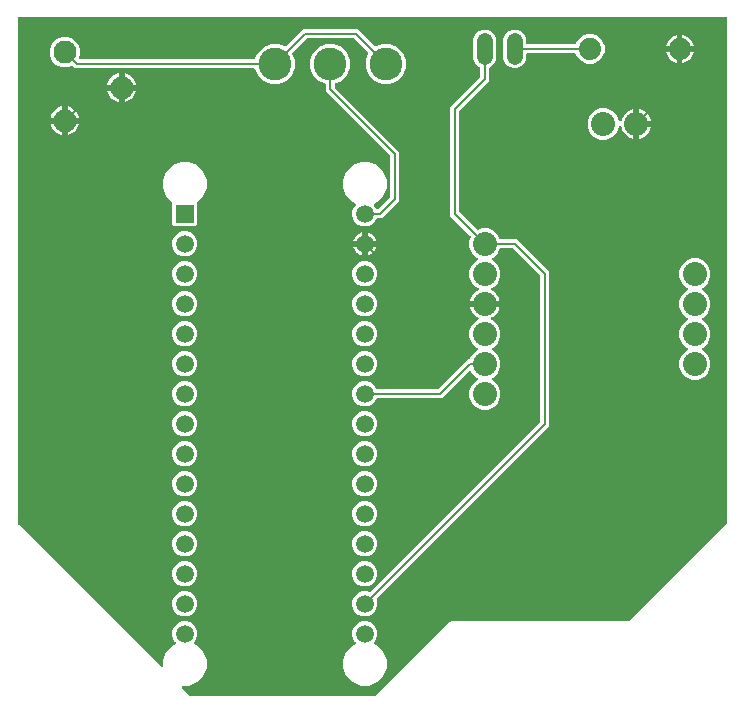
<source format=gbr>
G04 EAGLE Gerber RS-274X export*
G75*
%MOMM*%
%FSLAX34Y34*%
%LPD*%
%INTop Copper*%
%IPPOS*%
%AMOC8*
5,1,8,0,0,1.08239X$1,22.5*%
G01*
%ADD10C,2.032000*%
%ADD11C,1.320800*%
%ADD12C,1.950000*%
%ADD13R,1.508000X1.508000*%
%ADD14C,1.508000*%
%ADD15C,1.879600*%
%ADD16C,2.775000*%
%ADD17C,0.152400*%

G36*
X604648Y163335D02*
X604648Y163335D01*
X604747Y163338D01*
X604805Y163355D01*
X604865Y163363D01*
X604958Y163399D01*
X605053Y163427D01*
X605105Y163457D01*
X605161Y163480D01*
X605241Y163538D01*
X605327Y163588D01*
X605402Y163654D01*
X605418Y163666D01*
X605426Y163676D01*
X605447Y163694D01*
X663662Y221909D01*
X666913Y225160D01*
X670927Y226823D01*
X820450Y226823D01*
X820548Y226835D01*
X820647Y226838D01*
X820705Y226855D01*
X820765Y226863D01*
X820858Y226899D01*
X820953Y226927D01*
X821005Y226957D01*
X821061Y226980D01*
X821141Y227038D01*
X821227Y227088D01*
X821302Y227154D01*
X821318Y227166D01*
X821326Y227176D01*
X821347Y227194D01*
X903106Y308953D01*
X903166Y309031D01*
X903234Y309103D01*
X903263Y309156D01*
X903300Y309204D01*
X903340Y309295D01*
X903388Y309381D01*
X903403Y309440D01*
X903427Y309496D01*
X903442Y309594D01*
X903467Y309689D01*
X903473Y309789D01*
X903477Y309810D01*
X903475Y309822D01*
X903477Y309850D01*
X903477Y737108D01*
X903462Y737226D01*
X903455Y737345D01*
X903442Y737383D01*
X903437Y737424D01*
X903394Y737534D01*
X903357Y737647D01*
X903335Y737682D01*
X903320Y737719D01*
X903251Y737815D01*
X903187Y737916D01*
X903157Y737944D01*
X903134Y737977D01*
X903042Y738053D01*
X902955Y738134D01*
X902920Y738154D01*
X902889Y738179D01*
X902781Y738230D01*
X902677Y738288D01*
X902637Y738298D01*
X902601Y738315D01*
X902484Y738337D01*
X902369Y738367D01*
X902309Y738371D01*
X902289Y738375D01*
X902268Y738373D01*
X902208Y738377D01*
X304292Y738377D01*
X304174Y738362D01*
X304055Y738355D01*
X304017Y738342D01*
X303976Y738337D01*
X303866Y738294D01*
X303753Y738257D01*
X303718Y738235D01*
X303681Y738220D01*
X303585Y738151D01*
X303484Y738087D01*
X303456Y738057D01*
X303423Y738034D01*
X303347Y737942D01*
X303266Y737855D01*
X303246Y737820D01*
X303221Y737789D01*
X303170Y737681D01*
X303112Y737577D01*
X303102Y737537D01*
X303085Y737501D01*
X303063Y737384D01*
X303033Y737269D01*
X303029Y737209D01*
X303025Y737189D01*
X303027Y737168D01*
X303023Y737108D01*
X303023Y309850D01*
X303035Y309752D01*
X303038Y309653D01*
X303055Y309595D01*
X303063Y309535D01*
X303099Y309442D01*
X303127Y309347D01*
X303157Y309295D01*
X303180Y309239D01*
X303238Y309159D01*
X303288Y309073D01*
X303354Y308998D01*
X303366Y308982D01*
X303376Y308974D01*
X303394Y308953D01*
X423918Y188430D01*
X424027Y188344D01*
X424134Y188256D01*
X424153Y188247D01*
X424169Y188235D01*
X424297Y188179D01*
X424422Y188120D01*
X424442Y188116D01*
X424461Y188108D01*
X424599Y188086D01*
X424735Y188060D01*
X424755Y188062D01*
X424775Y188058D01*
X424914Y188071D01*
X425052Y188080D01*
X425071Y188086D01*
X425091Y188088D01*
X425223Y188135D01*
X425354Y188178D01*
X425372Y188189D01*
X425391Y188196D01*
X425506Y188274D01*
X425623Y188348D01*
X425637Y188363D01*
X425654Y188374D01*
X425746Y188478D01*
X425841Y188580D01*
X425851Y188598D01*
X425864Y188613D01*
X425928Y188737D01*
X425995Y188858D01*
X426000Y188878D01*
X426009Y188896D01*
X426039Y189032D01*
X426074Y189166D01*
X426076Y189194D01*
X426079Y189206D01*
X426078Y189227D01*
X426084Y189327D01*
X426084Y194163D01*
X428888Y200932D01*
X434068Y206112D01*
X436022Y206921D01*
X436065Y206946D01*
X436112Y206963D01*
X436203Y207024D01*
X436298Y207079D01*
X436334Y207113D01*
X436375Y207141D01*
X436448Y207224D01*
X436527Y207300D01*
X436553Y207343D01*
X436586Y207380D01*
X436636Y207478D01*
X436693Y207571D01*
X436708Y207619D01*
X436730Y207663D01*
X436754Y207770D01*
X436787Y207875D01*
X436789Y207925D01*
X436800Y207973D01*
X436796Y208083D01*
X436802Y208193D01*
X436792Y208241D01*
X436790Y208291D01*
X436760Y208397D01*
X436737Y208504D01*
X436716Y208549D01*
X436702Y208597D01*
X436646Y208691D01*
X436598Y208790D01*
X436565Y208828D01*
X436540Y208871D01*
X436434Y208991D01*
X435523Y209902D01*
X433911Y213794D01*
X433911Y218006D01*
X435523Y221898D01*
X438502Y224877D01*
X442394Y226489D01*
X446606Y226489D01*
X450498Y224877D01*
X453477Y221898D01*
X455089Y218006D01*
X455089Y213794D01*
X453477Y209902D01*
X452566Y208991D01*
X452536Y208952D01*
X452499Y208919D01*
X452439Y208827D01*
X452371Y208740D01*
X452352Y208695D01*
X452324Y208653D01*
X452289Y208549D01*
X452245Y208448D01*
X452237Y208399D01*
X452221Y208352D01*
X452212Y208243D01*
X452195Y208134D01*
X452200Y208085D01*
X452196Y208035D01*
X452215Y207927D01*
X452225Y207818D01*
X452242Y207771D01*
X452250Y207722D01*
X452295Y207622D01*
X452332Y207518D01*
X452360Y207477D01*
X452381Y207432D01*
X452449Y207346D01*
X452511Y207255D01*
X452548Y207222D01*
X452579Y207184D01*
X452667Y207117D01*
X452750Y207045D01*
X452794Y207022D01*
X452833Y206992D01*
X452978Y206921D01*
X454932Y206112D01*
X460112Y200932D01*
X462916Y194163D01*
X462916Y186837D01*
X460112Y180068D01*
X454932Y174888D01*
X448163Y172084D01*
X443327Y172084D01*
X443189Y172067D01*
X443051Y172054D01*
X443032Y172047D01*
X443011Y172044D01*
X442882Y171993D01*
X442751Y171946D01*
X442735Y171935D01*
X442716Y171927D01*
X442603Y171846D01*
X442488Y171768D01*
X442475Y171752D01*
X442458Y171741D01*
X442370Y171633D01*
X442278Y171529D01*
X442269Y171511D01*
X442256Y171496D01*
X442196Y171370D01*
X442133Y171246D01*
X442129Y171226D01*
X442120Y171208D01*
X442094Y171072D01*
X442064Y170936D01*
X442064Y170915D01*
X442060Y170896D01*
X442069Y170757D01*
X442073Y170618D01*
X442079Y170598D01*
X442080Y170578D01*
X442123Y170446D01*
X442162Y170312D01*
X442172Y170295D01*
X442178Y170276D01*
X442253Y170158D01*
X442323Y170038D01*
X442342Y170017D01*
X442348Y170007D01*
X442363Y169993D01*
X442430Y169918D01*
X448653Y163694D01*
X448731Y163634D01*
X448803Y163566D01*
X448856Y163537D01*
X448904Y163500D01*
X448995Y163460D01*
X449081Y163412D01*
X449140Y163397D01*
X449196Y163373D01*
X449294Y163358D01*
X449389Y163333D01*
X449489Y163327D01*
X449510Y163323D01*
X449522Y163325D01*
X449550Y163323D01*
X604550Y163323D01*
X604648Y163335D01*
G37*
%LPC*%
G36*
X594794Y230711D02*
X594794Y230711D01*
X590902Y232323D01*
X587923Y235302D01*
X586311Y239194D01*
X586311Y243406D01*
X587923Y247298D01*
X590902Y250277D01*
X594794Y251889D01*
X599006Y251889D01*
X600410Y251307D01*
X600438Y251299D01*
X600465Y251286D01*
X600592Y251258D01*
X600717Y251223D01*
X600746Y251223D01*
X600775Y251216D01*
X600905Y251220D01*
X601035Y251218D01*
X601063Y251225D01*
X601093Y251226D01*
X601218Y251262D01*
X601344Y251292D01*
X601370Y251306D01*
X601398Y251314D01*
X601510Y251380D01*
X601625Y251441D01*
X601647Y251461D01*
X601672Y251476D01*
X601793Y251582D01*
X745118Y394907D01*
X745178Y394985D01*
X745246Y395057D01*
X745275Y395110D01*
X745312Y395158D01*
X745352Y395249D01*
X745400Y395336D01*
X745415Y395394D01*
X745439Y395450D01*
X745454Y395548D01*
X745479Y395644D01*
X745485Y395744D01*
X745489Y395764D01*
X745487Y395776D01*
X745489Y395804D01*
X745489Y518596D01*
X745477Y518694D01*
X745474Y518793D01*
X745457Y518851D01*
X745449Y518911D01*
X745413Y519003D01*
X745385Y519099D01*
X745355Y519151D01*
X745332Y519207D01*
X745274Y519287D01*
X745224Y519372D01*
X745158Y519448D01*
X745146Y519464D01*
X745136Y519472D01*
X745118Y519493D01*
X722693Y541918D01*
X722615Y541978D01*
X722543Y542046D01*
X722490Y542075D01*
X722442Y542112D01*
X722351Y542152D01*
X722264Y542200D01*
X722206Y542215D01*
X722150Y542239D01*
X722052Y542254D01*
X721956Y542279D01*
X721856Y542285D01*
X721836Y542289D01*
X721824Y542287D01*
X721796Y542289D01*
X712067Y542289D01*
X712037Y542286D01*
X712008Y542288D01*
X711880Y542266D01*
X711751Y542249D01*
X711724Y542239D01*
X711695Y542234D01*
X711576Y542180D01*
X711455Y542132D01*
X711432Y542115D01*
X711405Y542103D01*
X711303Y542022D01*
X711198Y541946D01*
X711179Y541923D01*
X711156Y541904D01*
X711078Y541801D01*
X710995Y541701D01*
X710983Y541674D01*
X710965Y541650D01*
X710894Y541506D01*
X709698Y538618D01*
X705982Y534902D01*
X705187Y534573D01*
X705066Y534504D01*
X704943Y534439D01*
X704928Y534425D01*
X704910Y534415D01*
X704810Y534318D01*
X704708Y534225D01*
X704696Y534208D01*
X704682Y534194D01*
X704609Y534075D01*
X704533Y533959D01*
X704526Y533940D01*
X704516Y533923D01*
X704475Y533790D01*
X704430Y533658D01*
X704428Y533638D01*
X704422Y533619D01*
X704415Y533480D01*
X704404Y533341D01*
X704408Y533321D01*
X704407Y533301D01*
X704435Y533165D01*
X704459Y533028D01*
X704467Y533010D01*
X704471Y532990D01*
X704532Y532864D01*
X704589Y532738D01*
X704602Y532722D01*
X704611Y532704D01*
X704702Y532598D01*
X704788Y532490D01*
X704804Y532477D01*
X704817Y532462D01*
X704932Y532381D01*
X705042Y532298D01*
X705067Y532286D01*
X705077Y532279D01*
X705097Y532272D01*
X705187Y532227D01*
X705982Y531898D01*
X709698Y528182D01*
X711709Y523327D01*
X711709Y518073D01*
X709698Y513218D01*
X705982Y509502D01*
X704455Y508870D01*
X704377Y508825D01*
X704295Y508790D01*
X704240Y508747D01*
X704179Y508712D01*
X704115Y508650D01*
X704044Y508595D01*
X704001Y508540D01*
X703951Y508491D01*
X703904Y508414D01*
X703849Y508344D01*
X703821Y508280D01*
X703784Y508220D01*
X703758Y508134D01*
X703722Y508052D01*
X703711Y507983D01*
X703691Y507916D01*
X703686Y507826D01*
X703672Y507738D01*
X703679Y507668D01*
X703676Y507598D01*
X703694Y507511D01*
X703702Y507421D01*
X703726Y507355D01*
X703740Y507287D01*
X703779Y507206D01*
X703809Y507122D01*
X703849Y507064D01*
X703880Y507001D01*
X703938Y506933D01*
X703988Y506859D01*
X704040Y506812D01*
X704086Y506759D01*
X704159Y506707D01*
X704226Y506648D01*
X704334Y506584D01*
X704346Y506576D01*
X704352Y506573D01*
X704365Y506566D01*
X705157Y506163D01*
X706774Y504988D01*
X708188Y503574D01*
X709363Y501957D01*
X710270Y500175D01*
X710888Y498274D01*
X710957Y497839D01*
X699770Y497839D01*
X699652Y497824D01*
X699533Y497817D01*
X699495Y497804D01*
X699455Y497799D01*
X699344Y497756D01*
X699231Y497719D01*
X699197Y497697D01*
X699159Y497682D01*
X699063Y497612D01*
X698962Y497549D01*
X698934Y497519D01*
X698902Y497495D01*
X698826Y497404D01*
X698744Y497317D01*
X698725Y497282D01*
X698699Y497251D01*
X698648Y497143D01*
X698591Y497039D01*
X698580Y496999D01*
X698563Y496963D01*
X698541Y496846D01*
X698511Y496731D01*
X698507Y496670D01*
X698503Y496650D01*
X698505Y496630D01*
X698501Y496570D01*
X698501Y494030D01*
X698516Y493912D01*
X698523Y493793D01*
X698536Y493755D01*
X698541Y493714D01*
X698585Y493604D01*
X698621Y493491D01*
X698643Y493456D01*
X698658Y493419D01*
X698728Y493323D01*
X698791Y493222D01*
X698821Y493194D01*
X698845Y493161D01*
X698936Y493086D01*
X699023Y493004D01*
X699058Y492984D01*
X699090Y492959D01*
X699197Y492908D01*
X699302Y492850D01*
X699341Y492840D01*
X699377Y492823D01*
X699494Y492801D01*
X699609Y492771D01*
X699670Y492767D01*
X699690Y492763D01*
X699710Y492765D01*
X699770Y492761D01*
X710957Y492761D01*
X710888Y492326D01*
X710270Y490425D01*
X709363Y488643D01*
X708188Y487026D01*
X706774Y485612D01*
X705157Y484437D01*
X704365Y484034D01*
X704291Y483984D01*
X704212Y483942D01*
X704160Y483895D01*
X704102Y483855D01*
X704042Y483788D01*
X703976Y483728D01*
X703938Y483669D01*
X703891Y483617D01*
X703851Y483537D01*
X703801Y483462D01*
X703779Y483396D01*
X703747Y483333D01*
X703727Y483246D01*
X703698Y483161D01*
X703693Y483091D01*
X703677Y483023D01*
X703680Y482934D01*
X703673Y482844D01*
X703685Y482775D01*
X703687Y482705D01*
X703712Y482619D01*
X703727Y482531D01*
X703756Y482467D01*
X703776Y482400D01*
X703821Y482323D01*
X703858Y482241D01*
X703902Y482186D01*
X703937Y482126D01*
X704001Y482062D01*
X704057Y481992D01*
X704113Y481950D01*
X704162Y481901D01*
X704239Y481855D01*
X704311Y481801D01*
X704423Y481746D01*
X704436Y481739D01*
X704442Y481737D01*
X704455Y481730D01*
X705982Y481098D01*
X709698Y477382D01*
X711709Y472527D01*
X711709Y467273D01*
X709698Y462418D01*
X705982Y458702D01*
X705187Y458373D01*
X705066Y458304D01*
X704943Y458239D01*
X704928Y458225D01*
X704910Y458215D01*
X704810Y458118D01*
X704708Y458025D01*
X704696Y458008D01*
X704682Y457994D01*
X704609Y457875D01*
X704533Y457759D01*
X704526Y457740D01*
X704516Y457723D01*
X704475Y457590D01*
X704430Y457458D01*
X704428Y457438D01*
X704422Y457419D01*
X704415Y457280D01*
X704404Y457141D01*
X704408Y457121D01*
X704407Y457101D01*
X704435Y456965D01*
X704459Y456828D01*
X704467Y456810D01*
X704471Y456790D01*
X704532Y456664D01*
X704589Y456538D01*
X704602Y456522D01*
X704611Y456504D01*
X704702Y456398D01*
X704788Y456290D01*
X704804Y456277D01*
X704817Y456262D01*
X704932Y456181D01*
X705042Y456098D01*
X705067Y456086D01*
X705077Y456079D01*
X705097Y456072D01*
X705187Y456027D01*
X705982Y455698D01*
X709698Y451982D01*
X711709Y447127D01*
X711709Y441873D01*
X709698Y437018D01*
X705982Y433302D01*
X705187Y432973D01*
X705066Y432904D01*
X704943Y432839D01*
X704928Y432825D01*
X704910Y432815D01*
X704810Y432718D01*
X704708Y432625D01*
X704696Y432608D01*
X704682Y432594D01*
X704609Y432475D01*
X704533Y432359D01*
X704526Y432340D01*
X704516Y432323D01*
X704475Y432190D01*
X704430Y432058D01*
X704428Y432038D01*
X704422Y432019D01*
X704415Y431880D01*
X704404Y431741D01*
X704408Y431721D01*
X704407Y431701D01*
X704435Y431565D01*
X704459Y431428D01*
X704467Y431409D01*
X704471Y431390D01*
X704532Y431265D01*
X704589Y431138D01*
X704602Y431122D01*
X704611Y431104D01*
X704701Y430998D01*
X704788Y430890D01*
X704804Y430877D01*
X704817Y430862D01*
X704931Y430782D01*
X705042Y430698D01*
X705067Y430686D01*
X705077Y430679D01*
X705096Y430672D01*
X705187Y430627D01*
X705982Y430298D01*
X709698Y426582D01*
X711709Y421727D01*
X711709Y416473D01*
X709698Y411618D01*
X705982Y407902D01*
X701127Y405891D01*
X695873Y405891D01*
X691018Y407902D01*
X687302Y411618D01*
X685291Y416473D01*
X685291Y421727D01*
X687302Y426582D01*
X691018Y430298D01*
X691813Y430627D01*
X691934Y430696D01*
X692057Y430761D01*
X692072Y430775D01*
X692090Y430785D01*
X692190Y430882D01*
X692292Y430975D01*
X692304Y430992D01*
X692318Y431006D01*
X692391Y431125D01*
X692467Y431241D01*
X692474Y431260D01*
X692484Y431277D01*
X692525Y431410D01*
X692570Y431542D01*
X692572Y431562D01*
X692578Y431581D01*
X692585Y431720D01*
X692596Y431859D01*
X692592Y431879D01*
X692593Y431899D01*
X692565Y432035D01*
X692541Y432172D01*
X692533Y432190D01*
X692529Y432210D01*
X692468Y432336D01*
X692411Y432462D01*
X692398Y432478D01*
X692389Y432496D01*
X692298Y432602D01*
X692212Y432710D01*
X692196Y432723D01*
X692183Y432738D01*
X692068Y432819D01*
X691958Y432902D01*
X691933Y432914D01*
X691923Y432921D01*
X691903Y432928D01*
X691813Y432973D01*
X691018Y433302D01*
X687302Y437018D01*
X686976Y437805D01*
X686952Y437848D01*
X686935Y437895D01*
X686873Y437986D01*
X686819Y438081D01*
X686784Y438117D01*
X686756Y438158D01*
X686674Y438231D01*
X686597Y438310D01*
X686555Y438336D01*
X686518Y438369D01*
X686420Y438418D01*
X686326Y438476D01*
X686279Y438491D01*
X686234Y438513D01*
X686127Y438537D01*
X686022Y438570D01*
X685973Y438572D01*
X685924Y438583D01*
X685814Y438579D01*
X685705Y438585D01*
X685656Y438575D01*
X685606Y438573D01*
X685501Y438543D01*
X685393Y438520D01*
X685348Y438499D01*
X685301Y438485D01*
X685206Y438429D01*
X685107Y438381D01*
X685070Y438349D01*
X685027Y438323D01*
X684906Y438217D01*
X664582Y417893D01*
X661978Y415289D01*
X607631Y415289D01*
X607601Y415286D01*
X607572Y415288D01*
X607444Y415266D01*
X607315Y415249D01*
X607288Y415239D01*
X607259Y415234D01*
X607140Y415180D01*
X607020Y415132D01*
X606996Y415115D01*
X606969Y415103D01*
X606867Y415022D01*
X606762Y414946D01*
X606743Y414923D01*
X606720Y414904D01*
X606642Y414801D01*
X606559Y414701D01*
X606547Y414674D01*
X606529Y414650D01*
X606458Y414506D01*
X605877Y413102D01*
X602898Y410123D01*
X599006Y408511D01*
X594794Y408511D01*
X590902Y410123D01*
X587923Y413102D01*
X586311Y416994D01*
X586311Y421206D01*
X587923Y425098D01*
X590902Y428077D01*
X594794Y429689D01*
X599006Y429689D01*
X602898Y428077D01*
X605877Y425098D01*
X606458Y423694D01*
X606473Y423669D01*
X606482Y423641D01*
X606551Y423531D01*
X606616Y423418D01*
X606636Y423397D01*
X606652Y423372D01*
X606747Y423283D01*
X606837Y423190D01*
X606862Y423174D01*
X606884Y423154D01*
X606997Y423091D01*
X607108Y423023D01*
X607136Y423015D01*
X607162Y423000D01*
X607288Y422968D01*
X607412Y422930D01*
X607442Y422928D01*
X607470Y422921D01*
X607631Y422911D01*
X658296Y422911D01*
X658394Y422923D01*
X658493Y422926D01*
X658551Y422943D01*
X658611Y422951D01*
X658703Y422987D01*
X658799Y423015D01*
X658851Y423045D01*
X658907Y423068D01*
X658987Y423126D01*
X659072Y423176D01*
X659148Y423242D01*
X659164Y423254D01*
X659172Y423264D01*
X659193Y423282D01*
X684222Y448311D01*
X684933Y448311D01*
X684963Y448314D01*
X684992Y448312D01*
X685120Y448334D01*
X685249Y448351D01*
X685276Y448361D01*
X685305Y448366D01*
X685424Y448420D01*
X685545Y448468D01*
X685568Y448485D01*
X685595Y448497D01*
X685697Y448578D01*
X685802Y448654D01*
X685821Y448677D01*
X685844Y448696D01*
X685922Y448799D01*
X686005Y448899D01*
X686017Y448926D01*
X686035Y448950D01*
X686106Y449094D01*
X687302Y451982D01*
X691018Y455698D01*
X691813Y456027D01*
X691934Y456096D01*
X692057Y456161D01*
X692072Y456175D01*
X692090Y456185D01*
X692190Y456282D01*
X692292Y456375D01*
X692304Y456392D01*
X692318Y456406D01*
X692391Y456525D01*
X692467Y456641D01*
X692474Y456660D01*
X692484Y456677D01*
X692525Y456810D01*
X692570Y456942D01*
X692572Y456962D01*
X692578Y456981D01*
X692585Y457120D01*
X692596Y457259D01*
X692592Y457279D01*
X692593Y457299D01*
X692565Y457435D01*
X692541Y457572D01*
X692533Y457591D01*
X692529Y457610D01*
X692468Y457735D01*
X692411Y457862D01*
X692398Y457878D01*
X692389Y457896D01*
X692299Y458002D01*
X692212Y458110D01*
X692196Y458123D01*
X692183Y458138D01*
X692069Y458218D01*
X691958Y458302D01*
X691933Y458314D01*
X691923Y458321D01*
X691904Y458328D01*
X691813Y458373D01*
X691018Y458702D01*
X687302Y462418D01*
X685291Y467273D01*
X685291Y472527D01*
X687302Y477382D01*
X691018Y481098D01*
X692545Y481730D01*
X692623Y481775D01*
X692705Y481810D01*
X692760Y481853D01*
X692821Y481888D01*
X692885Y481950D01*
X692956Y482005D01*
X692999Y482060D01*
X693049Y482109D01*
X693096Y482185D01*
X693151Y482256D01*
X693179Y482320D01*
X693216Y482380D01*
X693242Y482466D01*
X693278Y482548D01*
X693289Y482617D01*
X693309Y482684D01*
X693314Y482774D01*
X693328Y482862D01*
X693321Y482932D01*
X693324Y483002D01*
X693306Y483089D01*
X693298Y483179D01*
X693274Y483245D01*
X693260Y483313D01*
X693221Y483394D01*
X693191Y483478D01*
X693151Y483536D01*
X693120Y483599D01*
X693062Y483667D01*
X693012Y483741D01*
X692960Y483788D01*
X692914Y483841D01*
X692841Y483893D01*
X692774Y483952D01*
X692666Y484016D01*
X692654Y484024D01*
X692648Y484027D01*
X692635Y484034D01*
X691843Y484437D01*
X690226Y485612D01*
X688812Y487026D01*
X687637Y488643D01*
X686730Y490425D01*
X686112Y492326D01*
X686043Y492761D01*
X697230Y492761D01*
X697348Y492776D01*
X697467Y492783D01*
X697505Y492796D01*
X697545Y492801D01*
X697656Y492844D01*
X697769Y492881D01*
X697803Y492903D01*
X697841Y492918D01*
X697937Y492988D01*
X698038Y493051D01*
X698066Y493081D01*
X698098Y493104D01*
X698174Y493196D01*
X698256Y493283D01*
X698275Y493318D01*
X698301Y493349D01*
X698352Y493457D01*
X698409Y493561D01*
X698420Y493601D01*
X698437Y493637D01*
X698459Y493754D01*
X698489Y493869D01*
X698493Y493930D01*
X698497Y493950D01*
X698495Y493970D01*
X698499Y494030D01*
X698499Y496570D01*
X698484Y496688D01*
X698477Y496807D01*
X698464Y496845D01*
X698459Y496885D01*
X698415Y496996D01*
X698379Y497109D01*
X698357Y497144D01*
X698342Y497181D01*
X698272Y497277D01*
X698209Y497378D01*
X698179Y497406D01*
X698155Y497439D01*
X698064Y497514D01*
X697977Y497596D01*
X697942Y497616D01*
X697910Y497641D01*
X697803Y497692D01*
X697698Y497750D01*
X697659Y497760D01*
X697623Y497777D01*
X697506Y497799D01*
X697391Y497829D01*
X697330Y497833D01*
X697310Y497837D01*
X697290Y497835D01*
X697230Y497839D01*
X686043Y497839D01*
X686112Y498274D01*
X686730Y500175D01*
X687637Y501957D01*
X688812Y503574D01*
X690226Y504988D01*
X691843Y506163D01*
X692635Y506566D01*
X692709Y506616D01*
X692788Y506658D01*
X692840Y506705D01*
X692898Y506745D01*
X692958Y506812D01*
X693024Y506872D01*
X693062Y506931D01*
X693109Y506983D01*
X693149Y507063D01*
X693199Y507138D01*
X693221Y507204D01*
X693253Y507267D01*
X693273Y507354D01*
X693302Y507439D01*
X693307Y507509D01*
X693323Y507577D01*
X693320Y507666D01*
X693327Y507756D01*
X693315Y507825D01*
X693313Y507895D01*
X693288Y507981D01*
X693273Y508069D01*
X693244Y508133D01*
X693224Y508200D01*
X693179Y508277D01*
X693142Y508359D01*
X693098Y508414D01*
X693063Y508474D01*
X692999Y508538D01*
X692943Y508608D01*
X692887Y508650D01*
X692838Y508699D01*
X692761Y508745D01*
X692689Y508799D01*
X692577Y508854D01*
X692564Y508861D01*
X692558Y508863D01*
X692545Y508870D01*
X691018Y509502D01*
X687302Y513218D01*
X685291Y518073D01*
X685291Y523327D01*
X687302Y528182D01*
X691018Y531898D01*
X691813Y532227D01*
X691934Y532296D01*
X692057Y532361D01*
X692072Y532375D01*
X692090Y532385D01*
X692190Y532482D01*
X692292Y532575D01*
X692304Y532592D01*
X692318Y532606D01*
X692391Y532725D01*
X692467Y532841D01*
X692474Y532860D01*
X692484Y532877D01*
X692525Y533010D01*
X692570Y533142D01*
X692572Y533162D01*
X692578Y533181D01*
X692585Y533320D01*
X692596Y533459D01*
X692592Y533479D01*
X692593Y533499D01*
X692565Y533635D01*
X692541Y533772D01*
X692533Y533791D01*
X692529Y533810D01*
X692468Y533935D01*
X692411Y534062D01*
X692398Y534078D01*
X692389Y534096D01*
X692299Y534202D01*
X692212Y534310D01*
X692196Y534323D01*
X692183Y534338D01*
X692069Y534418D01*
X691958Y534502D01*
X691933Y534514D01*
X691923Y534521D01*
X691904Y534528D01*
X691813Y534573D01*
X691018Y534902D01*
X687302Y538618D01*
X685291Y543473D01*
X685291Y548727D01*
X686487Y551615D01*
X686495Y551644D01*
X686509Y551670D01*
X686537Y551797D01*
X686571Y551922D01*
X686572Y551952D01*
X686578Y551980D01*
X686574Y552110D01*
X686576Y552240D01*
X686570Y552269D01*
X686569Y552298D01*
X686533Y552423D01*
X686502Y552549D01*
X686488Y552575D01*
X686480Y552604D01*
X686414Y552715D01*
X686354Y552830D01*
X686334Y552852D01*
X686319Y552878D01*
X686212Y552998D01*
X669289Y569922D01*
X669289Y661978D01*
X694318Y687007D01*
X694378Y687085D01*
X694446Y687157D01*
X694475Y687210D01*
X694512Y687258D01*
X694552Y687349D01*
X694600Y687436D01*
X694615Y687494D01*
X694639Y687550D01*
X694654Y687648D01*
X694679Y687744D01*
X694685Y687844D01*
X694689Y687864D01*
X694687Y687876D01*
X694689Y687904D01*
X694689Y694878D01*
X694686Y694908D01*
X694688Y694937D01*
X694666Y695065D01*
X694649Y695194D01*
X694639Y695221D01*
X694634Y695250D01*
X694580Y695369D01*
X694532Y695490D01*
X694515Y695513D01*
X694503Y695540D01*
X694422Y695642D01*
X694346Y695747D01*
X694323Y695766D01*
X694304Y695789D01*
X694201Y695867D01*
X694101Y695950D01*
X694074Y695962D01*
X694050Y695980D01*
X693906Y696051D01*
X693032Y696413D01*
X690317Y699128D01*
X688847Y702676D01*
X688847Y719724D01*
X690317Y723272D01*
X693032Y725987D01*
X696580Y727457D01*
X700420Y727457D01*
X703968Y725987D01*
X706683Y723272D01*
X708153Y719724D01*
X708153Y702676D01*
X706683Y699128D01*
X703968Y696413D01*
X703094Y696051D01*
X703069Y696036D01*
X703041Y696027D01*
X702931Y695958D01*
X702818Y695893D01*
X702797Y695873D01*
X702772Y695857D01*
X702683Y695763D01*
X702590Y695672D01*
X702574Y695647D01*
X702554Y695625D01*
X702491Y695512D01*
X702423Y695401D01*
X702415Y695373D01*
X702400Y695347D01*
X702368Y695221D01*
X702330Y695097D01*
X702328Y695068D01*
X702321Y695039D01*
X702311Y694878D01*
X702311Y684222D01*
X677282Y659193D01*
X677222Y659115D01*
X677154Y659043D01*
X677125Y658990D01*
X677088Y658942D01*
X677048Y658851D01*
X677000Y658764D01*
X676985Y658706D01*
X676961Y658650D01*
X676946Y658552D01*
X676921Y658456D01*
X676915Y658356D01*
X676911Y658336D01*
X676913Y658324D01*
X676911Y658296D01*
X676911Y573604D01*
X676923Y573506D01*
X676926Y573407D01*
X676943Y573349D01*
X676951Y573289D01*
X676987Y573197D01*
X677015Y573101D01*
X677045Y573049D01*
X677068Y572993D01*
X677126Y572913D01*
X677176Y572828D01*
X677242Y572752D01*
X677254Y572736D01*
X677264Y572728D01*
X677282Y572707D01*
X691602Y558388D01*
X691625Y558370D01*
X691644Y558347D01*
X691750Y558272D01*
X691853Y558193D01*
X691880Y558181D01*
X691904Y558164D01*
X692025Y558118D01*
X692145Y558066D01*
X692174Y558062D01*
X692201Y558051D01*
X692330Y558037D01*
X692459Y558017D01*
X692488Y558019D01*
X692517Y558016D01*
X692646Y558034D01*
X692775Y558046D01*
X692803Y558056D01*
X692832Y558060D01*
X692985Y558113D01*
X695873Y559309D01*
X701127Y559309D01*
X705982Y557298D01*
X709698Y553582D01*
X710894Y550694D01*
X710909Y550669D01*
X710918Y550641D01*
X710987Y550531D01*
X711052Y550418D01*
X711072Y550397D01*
X711088Y550372D01*
X711183Y550283D01*
X711273Y550190D01*
X711298Y550174D01*
X711320Y550154D01*
X711433Y550091D01*
X711544Y550023D01*
X711572Y550015D01*
X711598Y550000D01*
X711724Y549968D01*
X711848Y549930D01*
X711877Y549928D01*
X711906Y549921D01*
X712067Y549911D01*
X725478Y549911D01*
X753111Y522278D01*
X753111Y392122D01*
X750507Y389518D01*
X607182Y246193D01*
X607164Y246170D01*
X607142Y246151D01*
X607067Y246045D01*
X606987Y245942D01*
X606976Y245915D01*
X606959Y245891D01*
X606913Y245769D01*
X606861Y245650D01*
X606856Y245621D01*
X606846Y245593D01*
X606832Y245464D01*
X606811Y245336D01*
X606814Y245307D01*
X606811Y245277D01*
X606829Y245149D01*
X606841Y245019D01*
X606851Y244992D01*
X606855Y244962D01*
X606907Y244810D01*
X607489Y243406D01*
X607489Y239194D01*
X605877Y235302D01*
X602898Y232323D01*
X599006Y230711D01*
X594794Y230711D01*
G37*
%LPD*%
%LPC*%
G36*
X517334Y681576D02*
X517334Y681576D01*
X511113Y684153D01*
X506353Y688913D01*
X504285Y693906D01*
X504270Y693931D01*
X504261Y693959D01*
X504192Y694069D01*
X504127Y694182D01*
X504107Y694203D01*
X504091Y694228D01*
X503997Y694317D01*
X503906Y694410D01*
X503881Y694426D01*
X503859Y694446D01*
X503746Y694509D01*
X503635Y694577D01*
X503607Y694585D01*
X503581Y694600D01*
X503455Y694632D01*
X503331Y694670D01*
X503302Y694672D01*
X503273Y694679D01*
X503112Y694689D01*
X351322Y694689D01*
X349485Y696526D01*
X349461Y696544D01*
X349442Y696567D01*
X349336Y696641D01*
X349233Y696721D01*
X349206Y696733D01*
X349182Y696750D01*
X349061Y696796D01*
X348942Y696847D01*
X348912Y696852D01*
X348885Y696863D01*
X348756Y696877D01*
X348627Y696897D01*
X348598Y696894D01*
X348569Y696898D01*
X348440Y696880D01*
X348311Y696867D01*
X348283Y696857D01*
X348254Y696853D01*
X348101Y696801D01*
X345446Y695701D01*
X340354Y695701D01*
X335650Y697650D01*
X332050Y701250D01*
X330101Y705954D01*
X330101Y711046D01*
X332050Y715750D01*
X335650Y719350D01*
X340354Y721299D01*
X345446Y721299D01*
X350150Y719350D01*
X353750Y715750D01*
X355699Y711046D01*
X355699Y705954D01*
X354916Y704066D01*
X354903Y704018D01*
X354882Y703973D01*
X354862Y703865D01*
X354833Y703759D01*
X354832Y703709D01*
X354822Y703660D01*
X354829Y703551D01*
X354827Y703441D01*
X354839Y703393D01*
X354842Y703343D01*
X354876Y703239D01*
X354902Y703132D01*
X354925Y703088D01*
X354940Y703041D01*
X354999Y702948D01*
X355050Y702851D01*
X355084Y702814D01*
X355110Y702772D01*
X355190Y702697D01*
X355264Y702615D01*
X355306Y702588D01*
X355342Y702554D01*
X355438Y702501D01*
X355530Y702441D01*
X355577Y702424D01*
X355620Y702400D01*
X355727Y702373D01*
X355831Y702337D01*
X355880Y702333D01*
X355928Y702321D01*
X356089Y702311D01*
X503112Y702311D01*
X503141Y702314D01*
X503171Y702312D01*
X503299Y702334D01*
X503428Y702351D01*
X503455Y702361D01*
X503484Y702366D01*
X503603Y702420D01*
X503723Y702468D01*
X503747Y702485D01*
X503774Y702497D01*
X503876Y702578D01*
X503981Y702654D01*
X504000Y702677D01*
X504023Y702696D01*
X504101Y702799D01*
X504184Y702899D01*
X504196Y702926D01*
X504214Y702950D01*
X504285Y703094D01*
X506353Y708087D01*
X511113Y712847D01*
X517334Y715424D01*
X524066Y715424D01*
X529059Y713356D01*
X529087Y713348D01*
X529113Y713335D01*
X529240Y713306D01*
X529365Y713272D01*
X529395Y713271D01*
X529424Y713265D01*
X529553Y713269D01*
X529683Y713267D01*
X529712Y713274D01*
X529742Y713275D01*
X529866Y713311D01*
X529993Y713341D01*
X530019Y713355D01*
X530047Y713363D01*
X530159Y713429D01*
X530274Y713490D01*
X530296Y713510D01*
X530321Y713525D01*
X530442Y713631D01*
X544522Y727711D01*
X590878Y727711D01*
X593482Y725107D01*
X604958Y713631D01*
X604982Y713613D01*
X605001Y713590D01*
X605107Y713516D01*
X605209Y713436D01*
X605237Y713424D01*
X605261Y713407D01*
X605382Y713361D01*
X605501Y713310D01*
X605530Y713305D01*
X605558Y713295D01*
X605687Y713280D01*
X605815Y713260D01*
X605845Y713263D01*
X605874Y713259D01*
X606003Y713277D01*
X606132Y713290D01*
X606160Y713300D01*
X606189Y713304D01*
X606341Y713356D01*
X611334Y715424D01*
X618066Y715424D01*
X624287Y712847D01*
X629047Y708087D01*
X631624Y701866D01*
X631624Y695134D01*
X629047Y688913D01*
X624287Y684153D01*
X618066Y681576D01*
X611334Y681576D01*
X605113Y684153D01*
X600353Y688913D01*
X597776Y695134D01*
X597776Y701866D01*
X599844Y706859D01*
X599852Y706887D01*
X599865Y706913D01*
X599894Y707040D01*
X599928Y707165D01*
X599929Y707195D01*
X599935Y707224D01*
X599931Y707353D01*
X599933Y707483D01*
X599926Y707512D01*
X599925Y707542D01*
X599889Y707666D01*
X599859Y707793D01*
X599845Y707819D01*
X599837Y707847D01*
X599771Y707959D01*
X599710Y708074D01*
X599690Y708096D01*
X599675Y708121D01*
X599569Y708242D01*
X588093Y719718D01*
X588015Y719778D01*
X587943Y719846D01*
X587890Y719875D01*
X587842Y719912D01*
X587751Y719952D01*
X587664Y720000D01*
X587606Y720015D01*
X587550Y720039D01*
X587452Y720054D01*
X587356Y720079D01*
X587256Y720085D01*
X587236Y720089D01*
X587224Y720087D01*
X587196Y720089D01*
X548204Y720089D01*
X548106Y720077D01*
X548007Y720074D01*
X547949Y720057D01*
X547889Y720049D01*
X547797Y720013D01*
X547701Y719985D01*
X547649Y719955D01*
X547593Y719932D01*
X547513Y719874D01*
X547428Y719824D01*
X547352Y719758D01*
X547336Y719746D01*
X547328Y719736D01*
X547307Y719718D01*
X535831Y708242D01*
X535813Y708218D01*
X535790Y708199D01*
X535716Y708093D01*
X535636Y707991D01*
X535624Y707963D01*
X535607Y707939D01*
X535561Y707818D01*
X535510Y707699D01*
X535505Y707670D01*
X535495Y707642D01*
X535480Y707513D01*
X535460Y707385D01*
X535463Y707355D01*
X535459Y707326D01*
X535477Y707197D01*
X535490Y707068D01*
X535500Y707040D01*
X535504Y707011D01*
X535556Y706859D01*
X537624Y701866D01*
X537624Y695134D01*
X535047Y688913D01*
X530287Y684153D01*
X524066Y681576D01*
X517334Y681576D01*
G37*
%LPD*%
%LPC*%
G36*
X594794Y560911D02*
X594794Y560911D01*
X590902Y562523D01*
X587923Y565502D01*
X586311Y569394D01*
X586311Y573606D01*
X587923Y577498D01*
X588834Y578409D01*
X588864Y578448D01*
X588901Y578481D01*
X588962Y578573D01*
X589029Y578660D01*
X589048Y578705D01*
X589076Y578747D01*
X589111Y578851D01*
X589155Y578952D01*
X589163Y579001D01*
X589179Y579048D01*
X589188Y579157D01*
X589205Y579266D01*
X589200Y579315D01*
X589204Y579365D01*
X589185Y579473D01*
X589175Y579582D01*
X589158Y579629D01*
X589150Y579678D01*
X589105Y579778D01*
X589068Y579882D01*
X589040Y579923D01*
X589019Y579968D01*
X588951Y580054D01*
X588889Y580145D01*
X588852Y580178D01*
X588821Y580216D01*
X588733Y580283D01*
X588651Y580355D01*
X588606Y580378D01*
X588567Y580408D01*
X588422Y580479D01*
X586468Y581288D01*
X581288Y586468D01*
X578484Y593237D01*
X578484Y600563D01*
X581288Y607332D01*
X586468Y612512D01*
X593237Y615316D01*
X600563Y615316D01*
X607332Y612512D01*
X612512Y607332D01*
X615316Y600563D01*
X615316Y593237D01*
X612512Y586468D01*
X607332Y581288D01*
X605378Y580479D01*
X605335Y580454D01*
X605288Y580437D01*
X605197Y580375D01*
X605102Y580321D01*
X605066Y580287D01*
X605025Y580259D01*
X604952Y580176D01*
X604873Y580100D01*
X604847Y580057D01*
X604814Y580020D01*
X604764Y579922D01*
X604707Y579829D01*
X604692Y579781D01*
X604670Y579737D01*
X604646Y579630D01*
X604613Y579525D01*
X604611Y579475D01*
X604600Y579427D01*
X604604Y579317D01*
X604598Y579207D01*
X604608Y579158D01*
X604610Y579109D01*
X604640Y579003D01*
X604663Y578896D01*
X604684Y578851D01*
X604698Y578803D01*
X604754Y578709D01*
X604802Y578610D01*
X604835Y578572D01*
X604860Y578529D01*
X604966Y578409D01*
X605877Y577498D01*
X606419Y576190D01*
X606443Y576147D01*
X606460Y576100D01*
X606522Y576009D01*
X606576Y575913D01*
X606611Y575878D01*
X606639Y575837D01*
X606721Y575764D01*
X606797Y575685D01*
X606840Y575659D01*
X606877Y575626D01*
X606975Y575576D01*
X607069Y575519D01*
X607116Y575504D01*
X607160Y575482D01*
X607268Y575457D01*
X607372Y575425D01*
X607422Y575423D01*
X607471Y575412D01*
X607580Y575415D01*
X607690Y575410D01*
X607739Y575420D01*
X607788Y575422D01*
X607894Y575452D01*
X608002Y575474D01*
X608046Y575496D01*
X608094Y575510D01*
X608188Y575566D01*
X608287Y575614D01*
X608325Y575646D01*
X608368Y575672D01*
X608489Y575778D01*
X618118Y585407D01*
X618178Y585485D01*
X618246Y585557D01*
X618275Y585610D01*
X618312Y585658D01*
X618352Y585749D01*
X618400Y585836D01*
X618415Y585894D01*
X618439Y585950D01*
X618454Y586048D01*
X618479Y586144D01*
X618485Y586244D01*
X618489Y586264D01*
X618487Y586276D01*
X618489Y586304D01*
X618489Y620196D01*
X618477Y620294D01*
X618474Y620393D01*
X618457Y620451D01*
X618449Y620511D01*
X618413Y620603D01*
X618385Y620699D01*
X618355Y620751D01*
X618332Y620807D01*
X618274Y620887D01*
X618224Y620972D01*
X618158Y621048D01*
X618146Y621064D01*
X618136Y621072D01*
X618118Y621093D01*
X563889Y675322D01*
X563889Y680912D01*
X563886Y680941D01*
X563888Y680971D01*
X563866Y681099D01*
X563849Y681228D01*
X563839Y681255D01*
X563834Y681284D01*
X563780Y681403D01*
X563732Y681523D01*
X563715Y681547D01*
X563703Y681574D01*
X563622Y681676D01*
X563546Y681781D01*
X563523Y681800D01*
X563504Y681823D01*
X563401Y681901D01*
X563301Y681984D01*
X563274Y681996D01*
X563250Y682014D01*
X563106Y682085D01*
X558113Y684153D01*
X553353Y688913D01*
X550776Y695134D01*
X550776Y701866D01*
X553353Y708087D01*
X558113Y712847D01*
X564334Y715424D01*
X571066Y715424D01*
X577287Y712847D01*
X582047Y708087D01*
X584624Y701866D01*
X584624Y695134D01*
X582047Y688913D01*
X577287Y684153D01*
X572294Y682085D01*
X572269Y682070D01*
X572241Y682061D01*
X572131Y681992D01*
X572018Y681927D01*
X571997Y681907D01*
X571972Y681891D01*
X571883Y681797D01*
X571790Y681706D01*
X571774Y681681D01*
X571754Y681659D01*
X571691Y681546D01*
X571623Y681435D01*
X571615Y681407D01*
X571600Y681381D01*
X571568Y681255D01*
X571530Y681131D01*
X571528Y681102D01*
X571521Y681073D01*
X571511Y680912D01*
X571511Y679004D01*
X571523Y678906D01*
X571526Y678807D01*
X571543Y678749D01*
X571551Y678689D01*
X571587Y678597D01*
X571615Y678501D01*
X571645Y678449D01*
X571668Y678393D01*
X571726Y678313D01*
X571776Y678228D01*
X571842Y678152D01*
X571854Y678136D01*
X571864Y678128D01*
X571882Y678107D01*
X626111Y623878D01*
X626111Y582622D01*
X611178Y567689D01*
X607631Y567689D01*
X607601Y567686D01*
X607572Y567688D01*
X607444Y567666D01*
X607315Y567649D01*
X607288Y567639D01*
X607259Y567634D01*
X607140Y567580D01*
X607020Y567532D01*
X606996Y567515D01*
X606969Y567503D01*
X606867Y567422D01*
X606762Y567346D01*
X606743Y567323D01*
X606720Y567304D01*
X606642Y567201D01*
X606559Y567101D01*
X606547Y567074D01*
X606529Y567050D01*
X606458Y566906D01*
X605877Y565502D01*
X602898Y562523D01*
X599006Y560911D01*
X594794Y560911D01*
G37*
%LPD*%
%LPC*%
G36*
X873673Y431291D02*
X873673Y431291D01*
X868818Y433302D01*
X865102Y437018D01*
X863091Y441873D01*
X863091Y447127D01*
X865102Y451982D01*
X868818Y455698D01*
X869613Y456027D01*
X869734Y456096D01*
X869857Y456161D01*
X869872Y456175D01*
X869890Y456185D01*
X869990Y456282D01*
X870092Y456375D01*
X870104Y456392D01*
X870118Y456406D01*
X870191Y456525D01*
X870267Y456641D01*
X870274Y456660D01*
X870284Y456677D01*
X870325Y456810D01*
X870370Y456942D01*
X870372Y456962D01*
X870378Y456981D01*
X870385Y457120D01*
X870396Y457259D01*
X870392Y457279D01*
X870393Y457299D01*
X870365Y457435D01*
X870341Y457572D01*
X870333Y457590D01*
X870329Y457610D01*
X870268Y457736D01*
X870211Y457862D01*
X870198Y457878D01*
X870189Y457896D01*
X870098Y458002D01*
X870012Y458110D01*
X869996Y458123D01*
X869983Y458138D01*
X869868Y458219D01*
X869758Y458302D01*
X869733Y458314D01*
X869723Y458321D01*
X869703Y458328D01*
X869613Y458373D01*
X868818Y458702D01*
X865102Y462418D01*
X863091Y467273D01*
X863091Y472527D01*
X865102Y477382D01*
X868818Y481098D01*
X869613Y481427D01*
X869734Y481496D01*
X869857Y481561D01*
X869872Y481575D01*
X869890Y481585D01*
X869990Y481682D01*
X870092Y481775D01*
X870104Y481792D01*
X870118Y481806D01*
X870191Y481925D01*
X870267Y482041D01*
X870274Y482060D01*
X870284Y482077D01*
X870325Y482210D01*
X870370Y482342D01*
X870372Y482362D01*
X870378Y482381D01*
X870385Y482520D01*
X870396Y482659D01*
X870392Y482679D01*
X870393Y482699D01*
X870365Y482835D01*
X870341Y482972D01*
X870333Y482990D01*
X870329Y483010D01*
X870268Y483136D01*
X870211Y483262D01*
X870198Y483278D01*
X870189Y483296D01*
X870098Y483402D01*
X870012Y483510D01*
X869996Y483523D01*
X869983Y483538D01*
X869868Y483619D01*
X869758Y483702D01*
X869733Y483714D01*
X869723Y483721D01*
X869703Y483728D01*
X869613Y483773D01*
X868818Y484102D01*
X865102Y487818D01*
X863091Y492673D01*
X863091Y497927D01*
X865102Y502782D01*
X868818Y506498D01*
X869613Y506827D01*
X869734Y506896D01*
X869857Y506961D01*
X869872Y506975D01*
X869890Y506985D01*
X869990Y507082D01*
X870092Y507175D01*
X870104Y507192D01*
X870118Y507206D01*
X870191Y507325D01*
X870267Y507441D01*
X870274Y507460D01*
X870284Y507477D01*
X870325Y507610D01*
X870370Y507742D01*
X870372Y507762D01*
X870378Y507781D01*
X870385Y507920D01*
X870396Y508059D01*
X870392Y508079D01*
X870393Y508099D01*
X870365Y508235D01*
X870341Y508372D01*
X870333Y508390D01*
X870329Y508410D01*
X870268Y508536D01*
X870211Y508662D01*
X870198Y508678D01*
X870189Y508696D01*
X870098Y508802D01*
X870012Y508910D01*
X869996Y508923D01*
X869983Y508938D01*
X869868Y509019D01*
X869758Y509102D01*
X869733Y509114D01*
X869723Y509121D01*
X869703Y509128D01*
X869613Y509173D01*
X868818Y509502D01*
X865102Y513218D01*
X863091Y518073D01*
X863091Y523327D01*
X865102Y528182D01*
X868818Y531898D01*
X873673Y533909D01*
X878927Y533909D01*
X883782Y531898D01*
X887498Y528182D01*
X889509Y523327D01*
X889509Y518073D01*
X887498Y513218D01*
X883782Y509502D01*
X882987Y509173D01*
X882866Y509104D01*
X882743Y509039D01*
X882728Y509025D01*
X882710Y509015D01*
X882610Y508918D01*
X882508Y508825D01*
X882496Y508808D01*
X882482Y508794D01*
X882409Y508675D01*
X882333Y508559D01*
X882326Y508540D01*
X882316Y508523D01*
X882275Y508390D01*
X882230Y508258D01*
X882228Y508238D01*
X882222Y508219D01*
X882215Y508080D01*
X882204Y507941D01*
X882208Y507921D01*
X882207Y507901D01*
X882235Y507765D01*
X882259Y507628D01*
X882267Y507609D01*
X882271Y507590D01*
X882332Y507465D01*
X882389Y507338D01*
X882402Y507322D01*
X882411Y507304D01*
X882501Y507198D01*
X882588Y507090D01*
X882604Y507077D01*
X882617Y507062D01*
X882731Y506982D01*
X882842Y506898D01*
X882867Y506886D01*
X882877Y506879D01*
X882896Y506872D01*
X882987Y506827D01*
X883782Y506498D01*
X887498Y502782D01*
X889509Y497927D01*
X889509Y492673D01*
X887498Y487818D01*
X883782Y484102D01*
X882987Y483773D01*
X882866Y483704D01*
X882743Y483639D01*
X882728Y483625D01*
X882710Y483615D01*
X882610Y483518D01*
X882508Y483425D01*
X882496Y483408D01*
X882482Y483394D01*
X882409Y483275D01*
X882333Y483159D01*
X882326Y483140D01*
X882316Y483123D01*
X882275Y482990D01*
X882230Y482858D01*
X882228Y482838D01*
X882222Y482819D01*
X882215Y482680D01*
X882204Y482541D01*
X882208Y482521D01*
X882207Y482501D01*
X882235Y482365D01*
X882259Y482228D01*
X882267Y482209D01*
X882271Y482190D01*
X882332Y482065D01*
X882389Y481938D01*
X882402Y481922D01*
X882411Y481904D01*
X882501Y481798D01*
X882588Y481690D01*
X882604Y481677D01*
X882617Y481662D01*
X882731Y481582D01*
X882842Y481498D01*
X882867Y481486D01*
X882877Y481479D01*
X882896Y481472D01*
X882987Y481427D01*
X883782Y481098D01*
X887498Y477382D01*
X889509Y472527D01*
X889509Y467273D01*
X887498Y462418D01*
X883782Y458702D01*
X882987Y458373D01*
X882866Y458304D01*
X882743Y458239D01*
X882728Y458225D01*
X882710Y458215D01*
X882610Y458118D01*
X882508Y458025D01*
X882496Y458008D01*
X882482Y457994D01*
X882409Y457875D01*
X882333Y457759D01*
X882326Y457740D01*
X882316Y457723D01*
X882275Y457590D01*
X882230Y457458D01*
X882228Y457438D01*
X882222Y457419D01*
X882215Y457280D01*
X882204Y457141D01*
X882208Y457121D01*
X882207Y457101D01*
X882235Y456965D01*
X882259Y456828D01*
X882267Y456809D01*
X882271Y456790D01*
X882332Y456665D01*
X882389Y456538D01*
X882402Y456522D01*
X882411Y456504D01*
X882501Y456398D01*
X882588Y456290D01*
X882604Y456277D01*
X882617Y456262D01*
X882731Y456182D01*
X882842Y456098D01*
X882867Y456086D01*
X882877Y456079D01*
X882896Y456072D01*
X882987Y456027D01*
X883782Y455698D01*
X887498Y451982D01*
X889509Y447127D01*
X889509Y441873D01*
X887498Y437018D01*
X883782Y433302D01*
X878927Y431291D01*
X873673Y431291D01*
G37*
%LPD*%
%LPC*%
G36*
X435697Y560911D02*
X435697Y560911D01*
X433911Y562697D01*
X433911Y580552D01*
X433925Y580637D01*
X433951Y580753D01*
X433950Y580793D01*
X433956Y580833D01*
X433945Y580952D01*
X433941Y581071D01*
X433930Y581110D01*
X433926Y581150D01*
X433886Y581262D01*
X433853Y581377D01*
X433832Y581411D01*
X433819Y581449D01*
X433752Y581548D01*
X433691Y581651D01*
X433652Y581695D01*
X433640Y581712D01*
X433625Y581726D01*
X433585Y581771D01*
X428888Y586468D01*
X426084Y593237D01*
X426084Y600563D01*
X428888Y607332D01*
X434068Y612512D01*
X440837Y615316D01*
X448163Y615316D01*
X454932Y612512D01*
X460112Y607332D01*
X462916Y600563D01*
X462916Y593237D01*
X460112Y586468D01*
X455415Y581771D01*
X455342Y581677D01*
X455263Y581588D01*
X455245Y581552D01*
X455220Y581520D01*
X455173Y581411D01*
X455119Y581304D01*
X455110Y581265D01*
X455094Y581228D01*
X455075Y581110D01*
X455049Y580994D01*
X455050Y580954D01*
X455044Y580914D01*
X455055Y580795D01*
X455059Y580676D01*
X455070Y580638D01*
X455074Y580598D01*
X455089Y580556D01*
X455089Y562697D01*
X453303Y560911D01*
X435697Y560911D01*
G37*
%LPD*%
%LPC*%
G36*
X593237Y172084D02*
X593237Y172084D01*
X586468Y174888D01*
X581288Y180068D01*
X578484Y186837D01*
X578484Y194163D01*
X581288Y200932D01*
X586468Y206112D01*
X588422Y206921D01*
X588465Y206946D01*
X588512Y206963D01*
X588603Y207024D01*
X588698Y207079D01*
X588734Y207113D01*
X588775Y207141D01*
X588848Y207224D01*
X588927Y207300D01*
X588953Y207343D01*
X588986Y207380D01*
X589036Y207478D01*
X589093Y207571D01*
X589108Y207619D01*
X589130Y207663D01*
X589154Y207770D01*
X589187Y207875D01*
X589189Y207925D01*
X589200Y207973D01*
X589196Y208083D01*
X589202Y208193D01*
X589192Y208241D01*
X589190Y208291D01*
X589160Y208397D01*
X589137Y208504D01*
X589116Y208549D01*
X589102Y208597D01*
X589046Y208691D01*
X588998Y208790D01*
X588965Y208828D01*
X588940Y208871D01*
X588834Y208991D01*
X587923Y209902D01*
X586311Y213794D01*
X586311Y218006D01*
X587923Y221898D01*
X590902Y224877D01*
X594794Y226489D01*
X599006Y226489D01*
X602898Y224877D01*
X605877Y221898D01*
X607489Y218006D01*
X607489Y213794D01*
X605877Y209902D01*
X604966Y208991D01*
X604936Y208952D01*
X604899Y208919D01*
X604839Y208827D01*
X604771Y208740D01*
X604752Y208695D01*
X604724Y208653D01*
X604689Y208549D01*
X604645Y208448D01*
X604637Y208399D01*
X604621Y208352D01*
X604612Y208243D01*
X604595Y208134D01*
X604600Y208085D01*
X604596Y208035D01*
X604615Y207927D01*
X604625Y207818D01*
X604642Y207771D01*
X604650Y207722D01*
X604695Y207622D01*
X604732Y207518D01*
X604760Y207477D01*
X604781Y207432D01*
X604849Y207346D01*
X604911Y207255D01*
X604948Y207222D01*
X604979Y207184D01*
X605067Y207117D01*
X605150Y207045D01*
X605194Y207022D01*
X605233Y206992D01*
X605378Y206921D01*
X607332Y206112D01*
X612512Y200932D01*
X615316Y194163D01*
X615316Y186837D01*
X612512Y180068D01*
X607332Y174888D01*
X600563Y172084D01*
X593237Y172084D01*
G37*
%LPD*%
%LPC*%
G36*
X721980Y694943D02*
X721980Y694943D01*
X718432Y696413D01*
X715717Y699128D01*
X714247Y702676D01*
X714247Y719724D01*
X715717Y723272D01*
X718432Y725987D01*
X721980Y727457D01*
X725820Y727457D01*
X729368Y725987D01*
X732083Y723272D01*
X733553Y719724D01*
X733553Y716280D01*
X733568Y716162D01*
X733575Y716043D01*
X733588Y716005D01*
X733593Y715964D01*
X733636Y715854D01*
X733673Y715741D01*
X733695Y715706D01*
X733710Y715669D01*
X733779Y715573D01*
X733843Y715472D01*
X733873Y715444D01*
X733896Y715411D01*
X733988Y715335D01*
X734075Y715254D01*
X734110Y715234D01*
X734141Y715209D01*
X734249Y715158D01*
X734353Y715100D01*
X734393Y715090D01*
X734429Y715073D01*
X734546Y715051D01*
X734661Y715021D01*
X734721Y715017D01*
X734741Y715013D01*
X734762Y715015D01*
X734822Y715011D01*
X774658Y715011D01*
X774687Y715014D01*
X774717Y715012D01*
X774845Y715034D01*
X774974Y715051D01*
X775001Y715061D01*
X775030Y715066D01*
X775149Y715120D01*
X775269Y715168D01*
X775293Y715185D01*
X775320Y715197D01*
X775421Y715278D01*
X775527Y715354D01*
X775546Y715377D01*
X775569Y715396D01*
X775646Y715499D01*
X775729Y715599D01*
X775742Y715626D01*
X775760Y715650D01*
X775831Y715794D01*
X776848Y718250D01*
X780350Y721752D01*
X784924Y723647D01*
X789876Y723647D01*
X794450Y721752D01*
X797952Y718250D01*
X799847Y713676D01*
X799847Y708724D01*
X797952Y704150D01*
X794450Y700648D01*
X789876Y698753D01*
X784924Y698753D01*
X780350Y700648D01*
X776848Y704150D01*
X775831Y706606D01*
X775816Y706631D01*
X775807Y706659D01*
X775738Y706769D01*
X775673Y706882D01*
X775653Y706903D01*
X775637Y706928D01*
X775542Y707017D01*
X775452Y707110D01*
X775427Y707126D01*
X775405Y707146D01*
X775292Y707209D01*
X775181Y707277D01*
X775153Y707285D01*
X775127Y707300D01*
X775001Y707332D01*
X774877Y707370D01*
X774847Y707372D01*
X774819Y707379D01*
X774658Y707389D01*
X734822Y707389D01*
X734704Y707374D01*
X734585Y707367D01*
X734547Y707354D01*
X734506Y707349D01*
X734396Y707306D01*
X734283Y707269D01*
X734248Y707247D01*
X734211Y707232D01*
X734115Y707163D01*
X734014Y707099D01*
X733986Y707069D01*
X733953Y707046D01*
X733877Y706954D01*
X733796Y706867D01*
X733776Y706832D01*
X733751Y706801D01*
X733700Y706693D01*
X733642Y706589D01*
X733632Y706549D01*
X733615Y706513D01*
X733593Y706396D01*
X733563Y706281D01*
X733559Y706221D01*
X733555Y706201D01*
X733557Y706180D01*
X733553Y706120D01*
X733553Y702676D01*
X732083Y699128D01*
X729368Y696413D01*
X725820Y694943D01*
X721980Y694943D01*
G37*
%LPD*%
%LPC*%
G36*
X796203Y634491D02*
X796203Y634491D01*
X791348Y636502D01*
X787632Y640218D01*
X785621Y645073D01*
X785621Y650327D01*
X787632Y655182D01*
X791348Y658898D01*
X796203Y660909D01*
X801457Y660909D01*
X806312Y658898D01*
X810028Y655182D01*
X811972Y650488D01*
X811987Y650462D01*
X811996Y650434D01*
X812066Y650324D01*
X812130Y650212D01*
X812151Y650190D01*
X812167Y650165D01*
X812261Y650076D01*
X812351Y649983D01*
X812376Y649968D01*
X812398Y649947D01*
X812512Y649885D01*
X812622Y649817D01*
X812651Y649808D01*
X812677Y649794D01*
X812802Y649762D01*
X812926Y649723D01*
X812956Y649722D01*
X812985Y649715D01*
X813115Y649715D01*
X813244Y649708D01*
X813273Y649714D01*
X813303Y649714D01*
X813428Y649746D01*
X813555Y649773D01*
X813582Y649786D01*
X813611Y649793D01*
X813724Y649855D01*
X813841Y649912D01*
X813864Y649932D01*
X813890Y649946D01*
X813984Y650034D01*
X814083Y650119D01*
X814100Y650143D01*
X814122Y650164D01*
X814191Y650273D01*
X814266Y650379D01*
X814277Y650407D01*
X814293Y650432D01*
X814352Y650582D01*
X815000Y652575D01*
X815907Y654357D01*
X817082Y655974D01*
X818496Y657388D01*
X820113Y658563D01*
X821895Y659470D01*
X823796Y660088D01*
X824231Y660157D01*
X824231Y648970D01*
X824246Y648852D01*
X824253Y648733D01*
X824266Y648695D01*
X824271Y648655D01*
X824314Y648544D01*
X824351Y648431D01*
X824373Y648397D01*
X824388Y648359D01*
X824458Y648263D01*
X824521Y648162D01*
X824551Y648134D01*
X824574Y648102D01*
X824666Y648026D01*
X824753Y647944D01*
X824788Y647925D01*
X824819Y647899D01*
X824927Y647848D01*
X825031Y647791D01*
X825071Y647780D01*
X825107Y647763D01*
X825224Y647741D01*
X825339Y647711D01*
X825400Y647707D01*
X825420Y647703D01*
X825440Y647705D01*
X825500Y647701D01*
X826771Y647701D01*
X826771Y647699D01*
X825500Y647699D01*
X825382Y647684D01*
X825263Y647677D01*
X825225Y647664D01*
X825184Y647659D01*
X825074Y647615D01*
X824961Y647579D01*
X824926Y647557D01*
X824889Y647542D01*
X824793Y647472D01*
X824692Y647409D01*
X824664Y647379D01*
X824631Y647355D01*
X824556Y647264D01*
X824474Y647177D01*
X824454Y647142D01*
X824429Y647110D01*
X824378Y647003D01*
X824320Y646898D01*
X824310Y646859D01*
X824293Y646823D01*
X824271Y646706D01*
X824241Y646591D01*
X824237Y646530D01*
X824233Y646510D01*
X824235Y646490D01*
X824231Y646430D01*
X824231Y635243D01*
X823796Y635312D01*
X821895Y635930D01*
X820113Y636837D01*
X818496Y638012D01*
X817082Y639426D01*
X815907Y641043D01*
X815000Y642825D01*
X814352Y644818D01*
X814339Y644846D01*
X814332Y644875D01*
X814272Y644989D01*
X814217Y645106D01*
X814198Y645129D01*
X814184Y645156D01*
X814096Y645252D01*
X814014Y645351D01*
X813990Y645369D01*
X813970Y645391D01*
X813862Y645462D01*
X813757Y645538D01*
X813729Y645549D01*
X813704Y645566D01*
X813582Y645608D01*
X813461Y645656D01*
X813431Y645659D01*
X813403Y645669D01*
X813274Y645679D01*
X813146Y645696D01*
X813116Y645692D01*
X813086Y645694D01*
X812958Y645672D01*
X812830Y645656D01*
X812802Y645645D01*
X812773Y645640D01*
X812655Y645587D01*
X812534Y645539D01*
X812510Y645521D01*
X812483Y645509D01*
X812382Y645428D01*
X812277Y645352D01*
X812258Y645329D01*
X812234Y645311D01*
X812156Y645207D01*
X812074Y645107D01*
X812061Y645080D01*
X812043Y645057D01*
X811972Y644912D01*
X810028Y640218D01*
X806312Y636502D01*
X801457Y634491D01*
X796203Y634491D01*
G37*
%LPD*%
%LPC*%
G36*
X442394Y433911D02*
X442394Y433911D01*
X438502Y435523D01*
X435523Y438502D01*
X433911Y442394D01*
X433911Y446606D01*
X435523Y450498D01*
X438502Y453477D01*
X442394Y455089D01*
X446606Y455089D01*
X450498Y453477D01*
X453477Y450498D01*
X455089Y446606D01*
X455089Y442394D01*
X453477Y438502D01*
X450498Y435523D01*
X446606Y433911D01*
X442394Y433911D01*
G37*
%LPD*%
%LPC*%
G36*
X594794Y433911D02*
X594794Y433911D01*
X590902Y435523D01*
X587923Y438502D01*
X586311Y442394D01*
X586311Y446606D01*
X587923Y450498D01*
X590902Y453477D01*
X594794Y455089D01*
X599006Y455089D01*
X602898Y453477D01*
X605877Y450498D01*
X607489Y446606D01*
X607489Y442394D01*
X605877Y438502D01*
X602898Y435523D01*
X599006Y433911D01*
X594794Y433911D01*
G37*
%LPD*%
%LPC*%
G36*
X442394Y408511D02*
X442394Y408511D01*
X438502Y410123D01*
X435523Y413102D01*
X433911Y416994D01*
X433911Y421206D01*
X435523Y425098D01*
X438502Y428077D01*
X442394Y429689D01*
X446606Y429689D01*
X450498Y428077D01*
X453477Y425098D01*
X455089Y421206D01*
X455089Y416994D01*
X453477Y413102D01*
X450498Y410123D01*
X446606Y408511D01*
X442394Y408511D01*
G37*
%LPD*%
%LPC*%
G36*
X594794Y383111D02*
X594794Y383111D01*
X590902Y384723D01*
X587923Y387702D01*
X586311Y391594D01*
X586311Y395806D01*
X587923Y399698D01*
X590902Y402677D01*
X594794Y404289D01*
X599006Y404289D01*
X602898Y402677D01*
X605877Y399698D01*
X607489Y395806D01*
X607489Y391594D01*
X605877Y387702D01*
X602898Y384723D01*
X599006Y383111D01*
X594794Y383111D01*
G37*
%LPD*%
%LPC*%
G36*
X594794Y357711D02*
X594794Y357711D01*
X590902Y359323D01*
X587923Y362302D01*
X586311Y366194D01*
X586311Y370406D01*
X587923Y374298D01*
X590902Y377277D01*
X594794Y378889D01*
X599006Y378889D01*
X602898Y377277D01*
X605877Y374298D01*
X607489Y370406D01*
X607489Y366194D01*
X605877Y362302D01*
X602898Y359323D01*
X599006Y357711D01*
X594794Y357711D01*
G37*
%LPD*%
%LPC*%
G36*
X442394Y357711D02*
X442394Y357711D01*
X438502Y359323D01*
X435523Y362302D01*
X433911Y366194D01*
X433911Y370406D01*
X435523Y374298D01*
X438502Y377277D01*
X442394Y378889D01*
X446606Y378889D01*
X450498Y377277D01*
X453477Y374298D01*
X455089Y370406D01*
X455089Y366194D01*
X453477Y362302D01*
X450498Y359323D01*
X446606Y357711D01*
X442394Y357711D01*
G37*
%LPD*%
%LPC*%
G36*
X594794Y332311D02*
X594794Y332311D01*
X590902Y333923D01*
X587923Y336902D01*
X586311Y340794D01*
X586311Y345006D01*
X587923Y348898D01*
X590902Y351877D01*
X594794Y353489D01*
X599006Y353489D01*
X602898Y351877D01*
X605877Y348898D01*
X607489Y345006D01*
X607489Y340794D01*
X605877Y336902D01*
X602898Y333923D01*
X599006Y332311D01*
X594794Y332311D01*
G37*
%LPD*%
%LPC*%
G36*
X442394Y332311D02*
X442394Y332311D01*
X438502Y333923D01*
X435523Y336902D01*
X433911Y340794D01*
X433911Y345006D01*
X435523Y348898D01*
X438502Y351877D01*
X442394Y353489D01*
X446606Y353489D01*
X450498Y351877D01*
X453477Y348898D01*
X455089Y345006D01*
X455089Y340794D01*
X453477Y336902D01*
X450498Y333923D01*
X446606Y332311D01*
X442394Y332311D01*
G37*
%LPD*%
%LPC*%
G36*
X594794Y306911D02*
X594794Y306911D01*
X590902Y308523D01*
X587923Y311502D01*
X586311Y315394D01*
X586311Y319606D01*
X587923Y323498D01*
X590902Y326477D01*
X594794Y328089D01*
X599006Y328089D01*
X602898Y326477D01*
X605877Y323498D01*
X607489Y319606D01*
X607489Y315394D01*
X605877Y311502D01*
X602898Y308523D01*
X599006Y306911D01*
X594794Y306911D01*
G37*
%LPD*%
%LPC*%
G36*
X594794Y281511D02*
X594794Y281511D01*
X590902Y283123D01*
X587923Y286102D01*
X586311Y289994D01*
X586311Y294206D01*
X587923Y298098D01*
X590902Y301077D01*
X594794Y302689D01*
X599006Y302689D01*
X602898Y301077D01*
X605877Y298098D01*
X607489Y294206D01*
X607489Y289994D01*
X605877Y286102D01*
X602898Y283123D01*
X599006Y281511D01*
X594794Y281511D01*
G37*
%LPD*%
%LPC*%
G36*
X442394Y281511D02*
X442394Y281511D01*
X438502Y283123D01*
X435523Y286102D01*
X433911Y289994D01*
X433911Y294206D01*
X435523Y298098D01*
X438502Y301077D01*
X442394Y302689D01*
X446606Y302689D01*
X450498Y301077D01*
X453477Y298098D01*
X455089Y294206D01*
X455089Y289994D01*
X453477Y286102D01*
X450498Y283123D01*
X446606Y281511D01*
X442394Y281511D01*
G37*
%LPD*%
%LPC*%
G36*
X594794Y256111D02*
X594794Y256111D01*
X590902Y257723D01*
X587923Y260702D01*
X586311Y264594D01*
X586311Y268806D01*
X587923Y272698D01*
X590902Y275677D01*
X594794Y277289D01*
X599006Y277289D01*
X602898Y275677D01*
X605877Y272698D01*
X607489Y268806D01*
X607489Y264594D01*
X605877Y260702D01*
X602898Y257723D01*
X599006Y256111D01*
X594794Y256111D01*
G37*
%LPD*%
%LPC*%
G36*
X442394Y256111D02*
X442394Y256111D01*
X438502Y257723D01*
X435523Y260702D01*
X433911Y264594D01*
X433911Y268806D01*
X435523Y272698D01*
X438502Y275677D01*
X442394Y277289D01*
X446606Y277289D01*
X450498Y275677D01*
X453477Y272698D01*
X455089Y268806D01*
X455089Y264594D01*
X453477Y260702D01*
X450498Y257723D01*
X446606Y256111D01*
X442394Y256111D01*
G37*
%LPD*%
%LPC*%
G36*
X442394Y230711D02*
X442394Y230711D01*
X438502Y232323D01*
X435523Y235302D01*
X433911Y239194D01*
X433911Y243406D01*
X435523Y247298D01*
X438502Y250277D01*
X442394Y251889D01*
X446606Y251889D01*
X450498Y250277D01*
X453477Y247298D01*
X455089Y243406D01*
X455089Y239194D01*
X453477Y235302D01*
X450498Y232323D01*
X446606Y230711D01*
X442394Y230711D01*
G37*
%LPD*%
%LPC*%
G36*
X442394Y484711D02*
X442394Y484711D01*
X438502Y486323D01*
X435523Y489302D01*
X433911Y493194D01*
X433911Y497406D01*
X435523Y501298D01*
X438502Y504277D01*
X442394Y505889D01*
X446606Y505889D01*
X450498Y504277D01*
X453477Y501298D01*
X455089Y497406D01*
X455089Y493194D01*
X453477Y489302D01*
X450498Y486323D01*
X446606Y484711D01*
X442394Y484711D01*
G37*
%LPD*%
%LPC*%
G36*
X442394Y306911D02*
X442394Y306911D01*
X438502Y308523D01*
X435523Y311502D01*
X433911Y315394D01*
X433911Y319606D01*
X435523Y323498D01*
X438502Y326477D01*
X442394Y328089D01*
X446606Y328089D01*
X450498Y326477D01*
X453477Y323498D01*
X455089Y319606D01*
X455089Y315394D01*
X453477Y311502D01*
X450498Y308523D01*
X446606Y306911D01*
X442394Y306911D01*
G37*
%LPD*%
%LPC*%
G36*
X442394Y535511D02*
X442394Y535511D01*
X438502Y537123D01*
X435523Y540102D01*
X433911Y543994D01*
X433911Y548206D01*
X435523Y552098D01*
X438502Y555077D01*
X442394Y556689D01*
X446606Y556689D01*
X450498Y555077D01*
X453477Y552098D01*
X455089Y548206D01*
X455089Y543994D01*
X453477Y540102D01*
X450498Y537123D01*
X446606Y535511D01*
X442394Y535511D01*
G37*
%LPD*%
%LPC*%
G36*
X442394Y383111D02*
X442394Y383111D01*
X438502Y384723D01*
X435523Y387702D01*
X433911Y391594D01*
X433911Y395806D01*
X435523Y399698D01*
X438502Y402677D01*
X442394Y404289D01*
X446606Y404289D01*
X450498Y402677D01*
X453477Y399698D01*
X455089Y395806D01*
X455089Y391594D01*
X453477Y387702D01*
X450498Y384723D01*
X446606Y383111D01*
X442394Y383111D01*
G37*
%LPD*%
%LPC*%
G36*
X594794Y510111D02*
X594794Y510111D01*
X590902Y511723D01*
X587923Y514702D01*
X586311Y518594D01*
X586311Y522806D01*
X587923Y526698D01*
X590902Y529677D01*
X594794Y531289D01*
X599006Y531289D01*
X602898Y529677D01*
X605877Y526698D01*
X607489Y522806D01*
X607489Y518594D01*
X605877Y514702D01*
X602898Y511723D01*
X599006Y510111D01*
X594794Y510111D01*
G37*
%LPD*%
%LPC*%
G36*
X442394Y510111D02*
X442394Y510111D01*
X438502Y511723D01*
X435523Y514702D01*
X433911Y518594D01*
X433911Y522806D01*
X435523Y526698D01*
X438502Y529677D01*
X442394Y531289D01*
X446606Y531289D01*
X450498Y529677D01*
X453477Y526698D01*
X455089Y522806D01*
X455089Y518594D01*
X453477Y514702D01*
X450498Y511723D01*
X446606Y510111D01*
X442394Y510111D01*
G37*
%LPD*%
%LPC*%
G36*
X594794Y484711D02*
X594794Y484711D01*
X590902Y486323D01*
X587923Y489302D01*
X586311Y493194D01*
X586311Y497406D01*
X587923Y501298D01*
X590902Y504277D01*
X594794Y505889D01*
X599006Y505889D01*
X602898Y504277D01*
X605877Y501298D01*
X607489Y497406D01*
X607489Y493194D01*
X605877Y489302D01*
X602898Y486323D01*
X599006Y484711D01*
X594794Y484711D01*
G37*
%LPD*%
%LPC*%
G36*
X442394Y459311D02*
X442394Y459311D01*
X438502Y460923D01*
X435523Y463902D01*
X433911Y467794D01*
X433911Y472006D01*
X435523Y475898D01*
X438502Y478877D01*
X442394Y480489D01*
X446606Y480489D01*
X450498Y478877D01*
X453477Y475898D01*
X455089Y472006D01*
X455089Y467794D01*
X453477Y463902D01*
X450498Y460923D01*
X446606Y459311D01*
X442394Y459311D01*
G37*
%LPD*%
%LPC*%
G36*
X594794Y459311D02*
X594794Y459311D01*
X590902Y460923D01*
X587923Y463902D01*
X586311Y467794D01*
X586311Y472006D01*
X587923Y475898D01*
X590902Y478877D01*
X594794Y480489D01*
X599006Y480489D01*
X602898Y478877D01*
X605877Y475898D01*
X607489Y472006D01*
X607489Y467794D01*
X605877Y463902D01*
X602898Y460923D01*
X599006Y459311D01*
X594794Y459311D01*
G37*
%LPD*%
%LPC*%
G36*
X829309Y650239D02*
X829309Y650239D01*
X829309Y660157D01*
X829744Y660088D01*
X831645Y659470D01*
X833427Y658563D01*
X835044Y657388D01*
X836458Y655974D01*
X837633Y654357D01*
X838540Y652575D01*
X839158Y650674D01*
X839227Y650239D01*
X829309Y650239D01*
G37*
%LPD*%
%LPC*%
G36*
X829309Y645161D02*
X829309Y645161D01*
X839227Y645161D01*
X839158Y644726D01*
X838540Y642825D01*
X837633Y641043D01*
X836458Y639426D01*
X835044Y638012D01*
X833427Y636837D01*
X831645Y635930D01*
X829744Y635312D01*
X829309Y635243D01*
X829309Y645161D01*
G37*
%LPD*%
%LPC*%
G36*
X865849Y713449D02*
X865849Y713449D01*
X865849Y722931D01*
X866396Y722845D01*
X868183Y722264D01*
X869857Y721411D01*
X871378Y720306D01*
X872706Y718978D01*
X873811Y717457D01*
X874664Y715783D01*
X875245Y713996D01*
X875331Y713449D01*
X865849Y713449D01*
G37*
%LPD*%
%LPC*%
G36*
X851869Y713449D02*
X851869Y713449D01*
X851955Y713996D01*
X852536Y715783D01*
X853389Y717457D01*
X854494Y718978D01*
X855822Y720306D01*
X857343Y721411D01*
X859017Y722264D01*
X860804Y722845D01*
X861351Y722931D01*
X861351Y713449D01*
X851869Y713449D01*
G37*
%LPD*%
%LPC*%
G36*
X865849Y708951D02*
X865849Y708951D01*
X875331Y708951D01*
X875245Y708404D01*
X874664Y706617D01*
X873811Y704943D01*
X872706Y703422D01*
X871378Y702094D01*
X869857Y700989D01*
X868183Y700136D01*
X866396Y699555D01*
X865849Y699469D01*
X865849Y708951D01*
G37*
%LPD*%
%LPC*%
G36*
X860804Y699555D02*
X860804Y699555D01*
X859017Y700136D01*
X857343Y700989D01*
X855822Y702094D01*
X854494Y703422D01*
X853389Y704943D01*
X852536Y706617D01*
X851955Y708404D01*
X851869Y708951D01*
X861351Y708951D01*
X861351Y699469D01*
X860804Y699555D01*
G37*
%LPD*%
%LPC*%
G36*
X393439Y681039D02*
X393439Y681039D01*
X393439Y690542D01*
X393778Y690488D01*
X395618Y689890D01*
X397342Y689012D01*
X398907Y687875D01*
X400275Y686507D01*
X401412Y684942D01*
X402290Y683218D01*
X402888Y681378D01*
X402942Y681039D01*
X393439Y681039D01*
G37*
%LPD*%
%LPC*%
G36*
X345439Y653039D02*
X345439Y653039D01*
X345439Y662542D01*
X345778Y662488D01*
X347618Y661890D01*
X349342Y661012D01*
X350907Y659875D01*
X352275Y658507D01*
X353412Y656942D01*
X354290Y655218D01*
X354888Y653378D01*
X354942Y653039D01*
X345439Y653039D01*
G37*
%LPD*%
%LPC*%
G36*
X378858Y681039D02*
X378858Y681039D01*
X378912Y681378D01*
X379510Y683218D01*
X380388Y684942D01*
X381525Y686507D01*
X382893Y687875D01*
X384458Y689012D01*
X386182Y689890D01*
X388022Y690488D01*
X388361Y690542D01*
X388361Y681039D01*
X378858Y681039D01*
G37*
%LPD*%
%LPC*%
G36*
X393439Y675961D02*
X393439Y675961D01*
X402942Y675961D01*
X402888Y675622D01*
X402290Y673782D01*
X401412Y672058D01*
X400275Y670493D01*
X398907Y669125D01*
X397342Y667988D01*
X395618Y667110D01*
X393778Y666512D01*
X393439Y666458D01*
X393439Y675961D01*
G37*
%LPD*%
%LPC*%
G36*
X330858Y653039D02*
X330858Y653039D01*
X330912Y653378D01*
X331510Y655218D01*
X332388Y656942D01*
X333525Y658507D01*
X334893Y659875D01*
X336458Y661012D01*
X338182Y661890D01*
X340022Y662488D01*
X340361Y662542D01*
X340361Y653039D01*
X330858Y653039D01*
G37*
%LPD*%
%LPC*%
G36*
X345439Y647961D02*
X345439Y647961D01*
X354942Y647961D01*
X354888Y647622D01*
X354290Y645782D01*
X353412Y644058D01*
X352275Y642493D01*
X350907Y641125D01*
X349342Y639988D01*
X347618Y639110D01*
X345778Y638512D01*
X345439Y638458D01*
X345439Y647961D01*
G37*
%LPD*%
%LPC*%
G36*
X388022Y666512D02*
X388022Y666512D01*
X386182Y667110D01*
X384458Y667988D01*
X382893Y669125D01*
X381525Y670493D01*
X380388Y672058D01*
X379510Y673782D01*
X378912Y675622D01*
X378858Y675961D01*
X388361Y675961D01*
X388361Y666458D01*
X388022Y666512D01*
G37*
%LPD*%
%LPC*%
G36*
X340022Y638512D02*
X340022Y638512D01*
X338182Y639110D01*
X336458Y639988D01*
X334893Y641125D01*
X333525Y642493D01*
X332388Y644058D01*
X331510Y645782D01*
X330912Y647622D01*
X330858Y647961D01*
X340361Y647961D01*
X340361Y638458D01*
X340022Y638512D01*
G37*
%LPD*%
%LPC*%
G36*
X599399Y548599D02*
X599399Y548599D01*
X599399Y555887D01*
X600770Y555442D01*
X602183Y554722D01*
X603467Y553789D01*
X604589Y552667D01*
X605522Y551383D01*
X606242Y549970D01*
X606687Y548599D01*
X599399Y548599D01*
G37*
%LPD*%
%LPC*%
G36*
X599399Y543601D02*
X599399Y543601D01*
X606687Y543601D01*
X606242Y542230D01*
X605522Y540817D01*
X604589Y539533D01*
X603467Y538411D01*
X602183Y537478D01*
X600770Y536758D01*
X599399Y536313D01*
X599399Y543601D01*
G37*
%LPD*%
%LPC*%
G36*
X587113Y548599D02*
X587113Y548599D01*
X587558Y549970D01*
X588278Y551383D01*
X589211Y552667D01*
X590333Y553789D01*
X591617Y554722D01*
X593030Y555442D01*
X594401Y555887D01*
X594401Y548599D01*
X587113Y548599D01*
G37*
%LPD*%
%LPC*%
G36*
X593030Y536758D02*
X593030Y536758D01*
X591617Y537478D01*
X590333Y538411D01*
X589211Y539533D01*
X588278Y540817D01*
X587558Y542230D01*
X587113Y543601D01*
X594401Y543601D01*
X594401Y536313D01*
X593030Y536758D01*
G37*
%LPD*%
%LPC*%
G36*
X390899Y678499D02*
X390899Y678499D01*
X390899Y678501D01*
X390901Y678501D01*
X390901Y678499D01*
X390899Y678499D01*
G37*
%LPD*%
%LPC*%
G36*
X342899Y650499D02*
X342899Y650499D01*
X342899Y650501D01*
X342901Y650501D01*
X342901Y650499D01*
X342899Y650499D01*
G37*
%LPD*%
D10*
X798830Y647700D03*
X826770Y647700D03*
D11*
X723900Y704596D02*
X723900Y717804D01*
X698500Y717804D02*
X698500Y704596D01*
D12*
X342900Y708500D03*
X342900Y650500D03*
X390900Y678500D03*
D13*
X444500Y571500D03*
D14*
X444500Y546100D03*
X444500Y520700D03*
X444500Y495300D03*
X444500Y469900D03*
X444500Y444500D03*
X444500Y419100D03*
X444500Y393700D03*
X444500Y368300D03*
X444500Y342900D03*
X444500Y317500D03*
X444500Y292100D03*
X596900Y571500D03*
X596900Y546100D03*
X596900Y520700D03*
X596900Y495300D03*
X596900Y469900D03*
X596900Y444500D03*
X596900Y393700D03*
X596900Y368300D03*
X596900Y317500D03*
X596900Y292100D03*
X596900Y342900D03*
X596900Y419100D03*
X444500Y266700D03*
X444500Y241300D03*
X444500Y215900D03*
X596900Y266700D03*
X596900Y241300D03*
X596900Y215900D03*
D15*
X863600Y711200D03*
X787400Y711200D03*
D16*
X520700Y698500D03*
X567700Y698500D03*
X614700Y698500D03*
D10*
X876300Y520700D03*
X876300Y495300D03*
X876300Y469900D03*
X876300Y444500D03*
X698500Y444500D03*
X698500Y419100D03*
X698500Y469900D03*
X698500Y495300D03*
X698500Y520700D03*
X698500Y546100D03*
D17*
X614700Y698500D02*
X589300Y723900D01*
X546100Y723900D01*
X520700Y698500D01*
X352900Y698500D01*
X342900Y708500D01*
X863600Y711200D02*
X863600Y684530D01*
X826770Y647700D01*
X370900Y678500D02*
X342900Y650500D01*
X370900Y678500D02*
X390900Y678500D01*
X403600Y678500D01*
X536000Y546100D01*
X596900Y546100D01*
X647700Y495300D02*
X698500Y495300D01*
X647700Y495300D02*
X596900Y546100D01*
X685800Y444500D02*
X698500Y444500D01*
X685800Y444500D02*
X660400Y419100D01*
X596900Y419100D01*
X698500Y685800D02*
X698500Y711200D01*
X698500Y685800D02*
X673100Y660400D01*
X673100Y571500D02*
X698500Y546100D01*
X673100Y571500D02*
X673100Y660400D01*
X749300Y393700D02*
X596900Y241300D01*
X749300Y393700D02*
X749300Y520700D01*
X723900Y546100D01*
X698500Y546100D01*
X567700Y676900D02*
X567700Y698500D01*
X567700Y676900D02*
X622300Y622300D01*
X622300Y584200D01*
X609600Y571500D01*
X596900Y571500D01*
X723900Y711200D02*
X787400Y711200D01*
M02*

</source>
